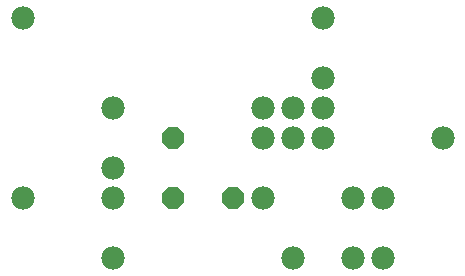
<source format=gbs>
G75*
%MOIN*%
%OFA0B0*%
%FSLAX25Y25*%
%IPPOS*%
%LPD*%
%AMOC8*
5,1,8,0,0,1.08239X$1,22.5*
%
%ADD10C,0.07800*%
%ADD11OC8,0.07296*%
D10*
X0041260Y0011000D03*
X0041260Y0031000D03*
X0041260Y0041000D03*
X0011260Y0031000D03*
X0041260Y0061000D03*
X0091260Y0061000D03*
X0101260Y0061000D03*
X0111260Y0061000D03*
X0111260Y0051000D03*
X0101260Y0051000D03*
X0091260Y0051000D03*
X0111260Y0071000D03*
X0111260Y0091000D03*
X0151260Y0051000D03*
X0131260Y0031000D03*
X0121260Y0031000D03*
X0091260Y0031000D03*
X0101260Y0011000D03*
X0121260Y0011000D03*
X0131260Y0011000D03*
X0011260Y0091000D03*
D11*
X0061260Y0051000D03*
X0061260Y0031000D03*
X0081260Y0031000D03*
M02*

</source>
